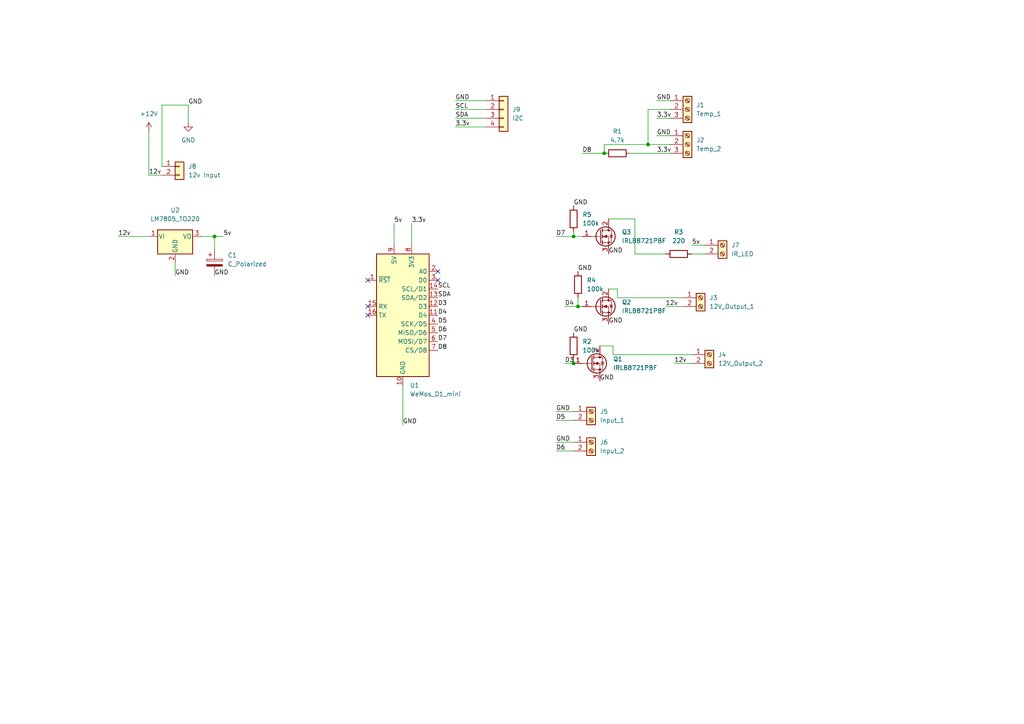
<source format=kicad_sch>
(kicad_sch (version 20211123) (generator eeschema)
  (paper "A4")
  (title_block (title "Basic Aquarium Controller") (date "2022-09-14") (rev "0.0.1"))
  (lib_symbols
    (symbol "Connector:Screw_Terminal_01x02" (pin_names (offset 1.016) hide)
      (property "Reference" "J" (at 0 2.54 0))
      (property "Value" "Screw_Terminal_01x02" (at 0 -5.08 0))
      (symbol "Screw_Terminal_01x02_1_1"
        (rectangle (start -1.27 1.27) (end 1.27 -3.81) (stroke (width 0.254)) (fill (type background)))
        (circle (center 0 -2.54) (radius 0.635) (stroke (width 0.1524)))
        (polyline (pts (xy -0.5334 -2.2098) (xy 0.3302 -3.048)) (stroke (width 0.1524)))
        (polyline (pts (xy -0.5334 0.3302) (xy 0.3302 -0.508)) (stroke (width 0.1524)))
        (polyline (pts (xy -0.3556 -2.032) (xy 0.508 -2.8702)) (stroke (width 0.1524)))
        (polyline (pts (xy -0.3556 0.508) (xy 0.508 -0.3302)) (stroke (width 0.1524)))
        (circle (center 0 0) (radius 0.635) (stroke (width 0.1524)))
        (pin passive line (at -5.08 0 0) (length 3.81) (name "Pin_1") (number "1"))
        (pin passive line (at -5.08 -2.54 0) (length 3.81) (name "Pin_2") (number "2"))
      )
    )
    (symbol "Connector:Screw_Terminal_01x03" (pin_names (offset 1.016) hide)
      (property "Reference" "J" (at 0 5.08 0))
      (property "Value" "Screw_Terminal_01x03" (at 0 -5.08 0))
      (symbol "Screw_Terminal_01x03_1_1"
        (rectangle (start -1.27 3.81) (end 1.27 -3.81) (stroke (width 0.254)) (fill (type background)))
        (circle (center 0 -2.54) (radius 0.635) (stroke (width 0.1524)))
        (polyline (pts (xy -0.5334 -2.2098) (xy 0.3302 -3.048)) (stroke (width 0.1524)))
        (polyline (pts (xy -0.5334 0.3302) (xy 0.3302 -0.508)) (stroke (width 0.1524)))
        (polyline (pts (xy -0.5334 2.8702) (xy 0.3302 2.032)) (stroke (width 0.1524)))
        (polyline (pts (xy -0.3556 -2.032) (xy 0.508 -2.8702)) (stroke (width 0.1524)))
        (polyline (pts (xy -0.3556 0.508) (xy 0.508 -0.3302)) (stroke (width 0.1524)))
        (polyline (pts (xy -0.3556 3.048) (xy 0.508 2.2098)) (stroke (width 0.1524)))
        (circle (center 0 0) (radius 0.635) (stroke (width 0.1524)))
        (circle (center 0 2.54) (radius 0.635) (stroke (width 0.1524)))
        (pin passive line (at -5.08 2.54 0) (length 3.81) (name "Pin_1") (number "1"))
        (pin passive line (at -5.08 0 0) (length 3.81) (name "Pin_2") (number "2"))
        (pin passive line (at -5.08 -2.54 0) (length 3.81) (name "Pin_3") (number "3"))
      )
    )
    (symbol "Connector_Generic:Conn_01x02" (pin_names (offset 1.016) hide)
      (property "Reference" "J" (at 0 2.54 0))
      (property "Value" "Conn_01x02" (at 0 -5.08 0))
      (symbol "Conn_01x02_1_1"
        (rectangle (start -1.27 -2.413) (end 0 -2.667) (stroke (width 0.1524)))
        (rectangle (start -1.27 0.127) (end 0 -0.127) (stroke (width 0.1524)))
        (rectangle (start -1.27 1.27) (end 1.27 -3.81) (stroke (width 0.254)) (fill (type background)))
        (pin passive line (at -5.08 0 0) (length 3.81) (name "Pin_1") (number "1"))
        (pin passive line (at -5.08 -2.54 0) (length 3.81) (name "Pin_2") (number "2"))
      )
    )
    (symbol "Connector_Generic:Conn_01x04" (pin_names (offset 1.016) hide)
      (property "Reference" "J" (at 0 5.08 0))
      (property "Value" "Conn_01x04" (at 0 -7.62 0))
      (symbol "Conn_01x04_1_1"
        (rectangle (start -1.27 -4.953) (end 0 -5.207) (stroke (width 0.1524)))
        (rectangle (start -1.27 -2.413) (end 0 -2.667) (stroke (width 0.1524)))
        (rectangle (start -1.27 0.127) (end 0 -0.127) (stroke (width 0.1524)))
        (rectangle (start -1.27 2.667) (end 0 2.413) (stroke (width 0.1524)))
        (rectangle (start -1.27 3.81) (end 1.27 -6.35) (stroke (width 0.254)) (fill (type background)))
        (pin passive line (at -5.08 2.54 0) (length 3.81) (name "Pin_1") (number "1"))
        (pin passive line (at -5.08 0 0) (length 3.81) (name "Pin_2") (number "2"))
        (pin passive line (at -5.08 -2.54 0) (length 3.81) (name "Pin_3") (number "3"))
        (pin passive line (at -5.08 -5.08 0) (length 3.81) (name "Pin_4") (number "4"))
      )
    )
    (symbol "Device:C_Polarized" (pin_numbers hide) (pin_names (offset 0.254))
      (property "Reference" "C" (at 0.635 2.54 0))
      (property "Value" "C_Polarized" (at 0.635 -2.54 0))
      (symbol "C_Polarized_0_1"
        (rectangle (start -2.286 0.508) (end 2.286 1.016))
        (polyline (pts (xy -1.778 2.286) (xy -0.762 2.286)))
        (polyline (pts (xy -1.27 2.794) (xy -1.27 1.778)))
        (rectangle (start 2.286 -0.508) (end -2.286 -1.016) (fill (type outline)))
      )
      (symbol "C_Polarized_1_1"
        (pin passive line (at 0 3.81 270) (length 2.794) (name "~") (number "1"))
        (pin passive line (at 0 -3.81 90) (length 2.794) (name "~") (number "2"))
      )
    )
    (symbol "Device:R" (pin_numbers hide) (pin_names (offset 0))
      (property "Reference" "R" (at 2.032 0 90))
      (property "Value" "R" (at 0 0 90))
      (symbol "R_0_1"
        (rectangle (start -1.016 -2.54) (end 1.016 2.54) (stroke (width 0.254)))
      )
      (symbol "R_1_1"
        (pin passive line (at 0 3.81 270) (length 1.27) (name "~") (number "1"))
        (pin passive line (at 0 -3.81 90) (length 1.27) (name "~") (number "2"))
      )
    )
    (symbol "MCU_Module:WeMos_D1_mini"
      (property "Reference" "U" (at 3.81 19.05 0))
      (property "Value" "WeMos_D1_mini" (at 1.27 -19.05 0))
      (symbol "WeMos_D1_mini_1_1"
        (rectangle (start -7.62 17.78) (end 7.62 -17.78) (stroke (width 0.254)) (fill (type background)))
        (pin input line (at -10.16 10.16 0) (length 2.54) (name "~{RST}") (number "1"))
        (pin power_in line (at 0 -20.32 90) (length 2.54) (name "GND") (number "10"))
        (pin bidirectional line (at 10.16 0 180) (length 2.54) (name "D4") (number "11"))
        (pin bidirectional line (at 10.16 2.54 180) (length 2.54) (name "D3") (number "12"))
        (pin bidirectional line (at 10.16 5.08 180) (length 2.54) (name "SDA/D2") (number "13"))
        (pin bidirectional line (at 10.16 7.62 180) (length 2.54) (name "SCL/D1") (number "14"))
        (pin input line (at -10.16 2.54 0) (length 2.54) (name "RX") (number "15"))
        (pin output line (at -10.16 0 0) (length 2.54) (name "TX") (number "16"))
        (pin input line (at 10.16 12.7 180) (length 2.54) (name "A0") (number "2"))
        (pin bidirectional line (at 10.16 10.16 180) (length 2.54) (name "D0") (number "3"))
        (pin bidirectional line (at 10.16 -2.54 180) (length 2.54) (name "SCK/D5") (number "4"))
        (pin bidirectional line (at 10.16 -5.08 180) (length 2.54) (name "MISO/D6") (number "5"))
        (pin bidirectional line (at 10.16 -7.62 180) (length 2.54) (name "MOSI/D7") (number "6"))
        (pin bidirectional line (at 10.16 -10.16 180) (length 2.54) (name "CS/D8") (number "7"))
        (pin power_out line (at 2.54 20.32 270) (length 2.54) (name "3V3") (number "8"))
        (pin power_in line (at -2.54 20.32 270) (length 2.54) (name "5V") (number "9"))
      )
    )
    (symbol "Regulator_Linear:LM7805_TO220" (pin_names (offset 0.254))
      (property "Reference" "U" (at -3.81 3.175 0))
      (property "Value" "LM7805_TO220" (at 0 3.175 0))
      (symbol "LM7805_TO220_0_1"
        (rectangle (start -5.08 1.905) (end 5.08 -5.08) (stroke (width 0.254)) (fill (type background)))
      )
      (symbol "LM7805_TO220_1_1"
        (pin power_in line (at -7.62 0 0) (length 2.54) (name "VI") (number "1"))
        (pin power_in line (at 0 -7.62 90) (length 2.54) (name "GND") (number "2"))
        (pin power_out line (at 7.62 0 180) (length 2.54) (name "VO") (number "3"))
      )
    )
    (symbol "Transistor_FET:IRLB8721PBF" (pin_names hide)
      (property "Reference" "Q" (at 6.35 1.905 0))
      (property "Value" "IRLB8721PBF" (at 6.35 0 0))
      (symbol "IRLB8721PBF_0_1"
        (polyline (pts (xy 0.254 0) (xy -2.54 0)))
        (polyline (pts (xy 0.254 1.905) (xy 0.254 -1.905)) (stroke (width 0.254)))
        (polyline (pts (xy 0.762 -1.27) (xy 0.762 -2.286)) (stroke (width 0.254)))
        (polyline (pts (xy 0.762 0.508) (xy 0.762 -0.508)) (stroke (width 0.254)))
        (polyline (pts (xy 0.762 2.286) (xy 0.762 1.27)) (stroke (width 0.254)))
        (polyline (pts (xy 2.54 2.54) (xy 2.54 1.778)))
        (polyline (pts (xy 2.54 -2.54) (xy 2.54 0) (xy 0.762 0)))
        (polyline (pts (xy 0.762 -1.778) (xy 3.302 -1.778) (xy 3.302 1.778) (xy 0.762 1.778)))
        (polyline (pts (xy 1.016 0) (xy 2.032 0.381) (xy 2.032 -0.381) (xy 1.016 0)) (fill (type outline)))
        (polyline (pts (xy 2.794 0.508) (xy 2.921 0.381) (xy 3.683 0.381) (xy 3.81 0.254)))
        (polyline (pts (xy 3.302 0.381) (xy 2.921 -0.254) (xy 3.683 -0.254) (xy 3.302 0.381)))
        (circle (center 1.651 0) (radius 2.794) (stroke (width 0.254)))
        (circle (center 2.54 -1.778) (radius 0.254) (fill (type outline)))
        (circle (center 2.54 1.778) (radius 0.254) (fill (type outline)))
      )
      (symbol "IRLB8721PBF_1_1"
        (pin input line (at -5.08 0 0) (length 2.54) (name "G") (number "1"))
        (pin passive line (at 2.54 5.08 270) (length 2.54) (name "D") (number "2"))
        (pin passive line (at 2.54 -5.08 90) (length 2.54) (name "S") (number "3"))
      )
    )
    (symbol "power:+12V" (power) (pin_names (offset 0))
      (property "Value" "+12V" (at 0 3.556 0))
      (symbol "+12V_0_1"
        (polyline (pts (xy -0.762 1.27) (xy 0 2.54)))
        (polyline (pts (xy 0 0) (xy 0 2.54)))
        (polyline (pts (xy 0 2.54) (xy 0.762 1.27)))
      )
      (symbol "+12V_1_1"
        (pin power_in line (at 0 0 90) (length 0) hide (name "+12V") (number "1"))
      )
    )
    (symbol "power:GND" (power) (pin_names (offset 0))
      (property "Value" "GND" (at 0 -3.81 0))
      (symbol "GND_0_1"
        (polyline (pts (xy 0 0) (xy 0 -1.27) (xy 1.27 -1.27) (xy 0 -2.54) (xy -1.27 -1.27) (xy 0 -1.27)))
      )
      (symbol "GND_1_1"
        (pin power_in line (at 0 0 270) (length 0) hide (name "GND") (number "1"))
      )
    )
  )
  (junction (at 175.26 44.45))
  (junction (at 166.37 68.58))
  (junction (at 187.96 41.91))
  (junction (at 166.37 105.41))
  (junction (at 167.64 88.9))
  (junction (at 62.23 68.58))
  (no_connect (at 127 78.74))
  (no_connect (at 106.68 88.9))
  (no_connect (at 127 81.28))
  (no_connect (at 106.68 81.28))
  (no_connect (at 106.68 91.44))
  (wire (pts (xy 62.23 68.58) (xy 62.23 72.39)))
  (wire (pts (xy 116.84 111.76) (xy 116.84 123.19)))
  (wire (pts (xy 54.61 30.48) (xy 54.61 35.56)))
  (wire (pts (xy 184.15 73.66) (xy 193.04 73.66)))
  (wire (pts (xy 190.5 39.37) (xy 194.31 39.37)))
  (wire (pts (xy 200.66 73.66) (xy 204.47 73.66)))
  (wire (pts (xy 175.26 41.91) (xy 187.96 41.91)))
  (wire (pts (xy 132.08 29.21) (xy 140.97 29.21)))
  (wire (pts (xy 50.8 76.2) (xy 50.8 80.01)))
  (wire (pts (xy 168.91 44.45) (xy 175.26 44.45)))
  (wire (pts (xy 34.29 68.58) (xy 43.18 68.58)))
  (wire (pts (xy 187.96 41.91) (xy 194.31 41.91)))
  (wire (pts (xy 132.08 34.29) (xy 140.97 34.29)))
  (wire (pts (xy 195.58 105.41) (xy 200.66 105.41)))
  (wire (pts (xy 200.66 71.12) (xy 204.47 71.12)))
  (wire (pts (xy 46.99 50.8) (xy 43.18 50.8)))
  (wire (pts (xy 166.37 67.31) (xy 166.37 68.58)))
  (wire (pts (xy 46.99 48.26) (xy 46.99 30.48)))
  (wire (pts (xy 184.15 63.5) (xy 184.15 73.66)))
  (wire (pts (xy 58.42 68.58) (xy 62.23 68.58)))
  (wire (pts (xy 175.26 41.91) (xy 175.26 44.45)))
  (wire (pts (xy 163.83 88.9) (xy 167.64 88.9)))
  (wire (pts (xy 167.64 88.9) (xy 168.91 88.9)))
  (wire (pts (xy 119.38 64.77) (xy 119.38 71.12)))
  (wire (pts (xy 182.88 44.45) (xy 194.31 44.45)))
  (wire (pts (xy 166.37 105.41) (xy 163.83 105.41)))
  (wire (pts (xy 161.29 119.38) (xy 166.37 119.38)))
  (wire (pts (xy 177.8 100.33) (xy 177.8 102.87)))
  (wire (pts (xy 168.91 68.58) (xy 166.37 68.58)))
  (wire (pts (xy 176.53 83.82) (xy 179.07 83.82)))
  (wire (pts (xy 179.07 83.82) (xy 179.07 86.36)))
  (wire (pts (xy 179.07 86.36) (xy 198.12 86.36)))
  (wire (pts (xy 166.37 68.58) (xy 161.29 68.58)))
  (wire (pts (xy 190.5 34.29) (xy 194.31 34.29)))
  (wire (pts (xy 176.53 63.5) (xy 184.15 63.5)))
  (wire (pts (xy 62.23 68.58) (xy 64.77 68.58)))
  (wire (pts (xy 187.96 31.75) (xy 194.31 31.75)))
  (wire (pts (xy 166.37 104.14) (xy 166.37 105.41)))
  (wire (pts (xy 177.8 102.87) (xy 200.66 102.87)))
  (wire (pts (xy 46.99 30.48) (xy 54.61 30.48)))
  (wire (pts (xy 167.64 86.36) (xy 167.64 88.9)))
  (wire (pts (xy 132.08 36.83) (xy 140.97 36.83)))
  (wire (pts (xy 161.29 128.27) (xy 166.37 128.27)))
  (wire (pts (xy 43.18 50.8) (xy 43.18 38.1)))
  (wire (pts (xy 161.29 121.92) (xy 166.37 121.92)))
  (wire (pts (xy 190.5 29.21) (xy 194.31 29.21)))
  (wire (pts (xy 193.04 88.9) (xy 198.12 88.9)))
  (wire (pts (xy 173.99 100.33) (xy 177.8 100.33)))
  (wire (pts (xy 132.08 31.75) (xy 140.97 31.75)))
  (wire (pts (xy 187.96 41.91) (xy 187.96 31.75)))
  (wire (pts (xy 161.29 130.81) (xy 166.37 130.81)))
  (wire (pts (xy 114.3 64.77) (xy 114.3 71.12)))
  (label "GND" (at 173.99 110.49 0))
  (label "3.3v" (at 119.38 64.77 0))
  (label "3.3v" (at 190.5 34.29 0))
  (label "D4" (at 127 91.44 0))
  (label "GND" (at 62.23 80.01 0))
  (label "5v" (at 200.66 71.12 0))
  (label "12v" (at 195.58 105.41 0))
  (label "GND" (at 161.29 119.38 0))
  (label "3.3v" (at 132.08 36.83 0))
  (label "3.3v" (at 190.5 44.45 0))
  (label "GND" (at 176.53 73.66 0))
  (label "SDA" (at 132.08 34.29 0))
  (label "GND" (at 166.37 96.52 0))
  (label "D5" (at 161.29 121.92 0))
  (label "GND" (at 166.37 59.69 0))
  (label "GND" (at 176.53 93.98 0))
  (label "GND" (at 190.5 29.21 0))
  (label "D6" (at 127 96.52 0))
  (label "GND" (at 54.61 30.48 0))
  (label "GND" (at 116.84 123.19 0))
  (label "D4" (at 163.83 88.9 0))
  (label "D5" (at 127 93.98 0))
  (label "D8" (at 168.91 44.45 0))
  (label "GND" (at 132.08 29.21 0))
  (label "5v" (at 114.3 64.77 0))
  (label "GND" (at 167.64 78.74 0))
  (label "SCL" (at 127 83.82 0))
  (label "12v" (at 193.04 88.9 0))
  (label "D8" (at 127 101.6 0))
  (label "5v" (at 64.77 68.58 0))
  (label "SCL" (at 132.08 31.75 0))
  (label "SDA" (at 127 86.36 0))
  (label "D3" (at 163.83 105.41 0))
  (label "GND" (at 190.5 39.37 0))
  (label "GND" (at 50.8 80.01 0))
  (label "GND" (at 161.29 128.27 0))
  (label "D7" (at 161.29 68.58 0))
  (label "12v" (at 34.29 68.58 0))
  (label "12v" (at 43.18 50.8 0))
  (label "D7" (at 127 99.06 0))
  (label "D3" (at 127 88.9 0))
  (label "D6" (at 161.29 130.81 0))
  (symbol (lib_id "Connector_Generic:Conn_01x02") (at 52.07 48.26 0) (unit 1)
    (property "Reference" "J8" (at 54.61 48.2599 0) (effects (justify left)))
    (property "Value" "12v Input" (at 54.61 50.7999 0) (effects (justify left)))
    (property "Footprint" "Connector_JST:JST_XH_B2B-XH-A_1x02_P2.50mm_Vertical" (effects hide))
  )
  (symbol (lib_id "Connector:Screw_Terminal_01x02") (at 171.45 128.27 0) (unit 1)
    (property "Reference" "J6" (at 173.99 128.2699 0) (effects (justify left)))
    (property "Value" "Input_2" (at 173.99 130.8099 0) (effects (justify left)))
    (property "Footprint" "TerminalBlock_Phoenix:TerminalBlock_Phoenix_MKDS-1,5-2-5.08_1x02_P5.08mm_Horizontal" (effects hide))
  )
  (symbol (lib_id "Connector:Screw_Terminal_01x03") (at 199.39 41.91 0) (unit 1)
    (property "Reference" "J2" (at 201.93 40.6399 0) (effects (justify left)))
    (property "Value" "Temp_2" (at 201.93 43.1799 0) (effects (justify left)))
    (property "Footprint" "TerminalBlock_Phoenix:TerminalBlock_Phoenix_MKDS-1,5-3-5.08_1x03_P5.08mm_Horizontal" (effects hide))
  )
  (symbol (lib_id "Device:R") (at 196.85 73.66 270) (unit 1)
    (property "Reference" "R3" (at 196.85 67.31 90))
    (property "Value" "220" (at 196.85 69.85 90))
    (property "Footprint" "Resistor_THT:R_Axial_DIN0207_L6.3mm_D2.5mm_P10.16mm_Horizontal" (effects hide))
  )
  (symbol (lib_id "Connector:Screw_Terminal_01x02") (at 171.45 119.38 0) (unit 1)
    (property "Reference" "J5" (at 173.99 119.3799 0) (effects (justify left)))
    (property "Value" "Input_1" (at 173.99 121.9199 0) (effects (justify left)))
    (property "Footprint" "TerminalBlock_Phoenix:TerminalBlock_Phoenix_MKDS-1,5-2-5.08_1x02_P5.08mm_Horizontal" (effects hide))
  )
  (symbol (lib_id "Device:R") (at 179.07 44.45 270) (unit 1)
    (property "Reference" "R1" (at 179.07 38.1 90))
    (property "Value" "4.7k" (at 179.07 40.64 90))
    (property "Footprint" "Resistor_THT:R_Axial_DIN0207_L6.3mm_D2.5mm_P10.16mm_Horizontal" (effects hide))
  )
  (symbol (lib_id "Connector:Screw_Terminal_01x03") (at 199.39 31.75 0) (unit 1)
    (property "Reference" "J1" (at 201.93 30.4799 0) (effects (justify left)))
    (property "Value" "Temp_1" (at 201.93 33.0199 0) (effects (justify left)))
    (property "Footprint" "TerminalBlock_Phoenix:TerminalBlock_Phoenix_MKDS-1,5-3-5.08_1x03_P5.08mm_Horizontal" (effects hide))
  )
  (symbol (lib_id "Device:R") (at 166.37 63.5 0) (unit 1)
    (property "Reference" "R5" (at 168.91 62.2299 0) (effects (justify left)))
    (property "Value" "100k" (at 168.91 64.7699 0) (effects (justify left)))
    (property "Footprint" "Resistor_THT:R_Axial_DIN0207_L6.3mm_D2.5mm_P10.16mm_Horizontal" (effects hide))
  )
  (symbol (lib_id "power:+12V") (at 43.18 38.1 0) (unit 1)
    (property "Reference" "#PWR01" (effects hide))
    (property "Value" "+12V" (at 43.18 33.02 0))
  )
  (symbol (lib_id "Device:R") (at 166.37 100.33 0) (unit 1)
    (property "Reference" "R2" (at 168.91 99.0599 0) (effects (justify left)))
    (property "Value" "100k" (at 168.91 101.5999 0) (effects (justify left)))
    (property "Footprint" "Resistor_THT:R_Axial_DIN0207_L6.3mm_D2.5mm_P10.16mm_Horizontal" (effects hide))
  )
  (symbol (lib_id "Connector_Generic:Conn_01x04") (at 146.05 31.75 0) (unit 1)
    (property "Reference" "J9" (at 148.59 31.7499 0) (effects (justify left)))
    (property "Value" "I2C" (at 148.59 34.2899 0) (effects (justify left)))
    (property "Footprint" "Connector_JST:JST_XH_S4B-XH-A_1x04_P2.50mm_Horizontal" (effects hide))
  )
  (symbol (lib_id "Connector:Screw_Terminal_01x02") (at 205.74 102.87 0) (unit 1)
    (property "Reference" "J4" (at 208.28 102.8699 0) (effects (justify left)))
    (property "Value" "12V_Output_2" (at 208.28 105.4099 0) (effects (justify left)))
    (property "Footprint" "TerminalBlock_Phoenix:TerminalBlock_Phoenix_MKDS-1,5-2-5.08_1x02_P5.08mm_Horizontal" (effects hide))
  )
  (symbol (lib_id "Transistor_FET:IRLB8721PBF") (at 171.45 105.41 0) (unit 1)
    (property "Reference" "Q1" (at 177.8 104.1399 0) (effects (justify left)))
    (property "Value" "IRLB8721PBF" (at 177.8 106.6799 0) (effects (justify left)))
    (property "Footprint" "Package_TO_SOT_THT:TO-220-3_Vertical" (effects hide))
    (property "Datasheet" "http://www.infineon.com/dgdl/irlb8721pbf.pdf?fileId=5546d462533600a40153566056732591" (effects hide))
  )
  (symbol (lib_id "Connector:Screw_Terminal_01x02") (at 209.55 71.12 0) (unit 1)
    (property "Reference" "J7" (at 212.09 71.1199 0) (effects (justify left)))
    (property "Value" "IR_LED" (at 212.09 73.6599 0) (effects (justify left)))
    (property "Footprint" "TerminalBlock_Phoenix:TerminalBlock_Phoenix_MKDS-1,5-2-5.08_1x02_P5.08mm_Horizontal" (effects hide))
  )
  (symbol (lib_id "Device:C_Polarized") (at 62.23 76.2 0) (unit 1)
    (property "Reference" "C1" (at 66.04 74.0409 0) (effects (justify left)))
    (property "Value" "C_Polarized" (at 66.04 76.5809 0) (effects (justify left)))
    (property "Footprint" "Capacitor_THT:C_Radial_D5.0mm_H11.0mm_P2.00mm" (effects hide))
  )
  (symbol (lib_id "MCU_Module:WeMos_D1_mini") (at 116.84 91.44 0) (unit 1)
    (property "Reference" "U1" (at 118.8594 111.76 0) (effects (justify left)))
    (property "Value" "WeMos_D1_mini" (at 118.8594 114.3 0) (effects (justify left)))
    (property "Footprint" "Module:WEMOS_D1_mini_light" (effects hide))
    (property "Datasheet" "https://wiki.wemos.cc/products:d1:d1_mini#documentation" (effects hide))
  )
  (symbol (lib_id "Regulator_Linear:LM7805_TO220") (at 50.8 68.58 0) (unit 1)
    (property "Reference" "U2" (at 50.8 60.96 0))
    (property "Value" "LM7805_TO220" (at 50.8 63.5 0))
    (property "Footprint" "Package_TO_SOT_THT:TO-220-3_Vertical" (effects hide))
    (property "Datasheet" "https://www.onsemi.cn/PowerSolutions/document/MC7800-D.PDF" (effects hide))
  )
  (symbol (lib_id "Transistor_FET:IRLB8721PBF") (at 173.99 88.9 0) (unit 1)
    (property "Reference" "Q2" (at 180.34 87.6299 0) (effects (justify left)))
    (property "Value" "IRLB8721PBF" (at 180.34 90.1699 0) (effects (justify left)))
    (property "Footprint" "Package_TO_SOT_THT:TO-220-3_Vertical" (effects hide))
    (property "Datasheet" "http://www.infineon.com/dgdl/irlb8721pbf.pdf?fileId=5546d462533600a40153566056732591" (effects hide))
  )
  (symbol (lib_id "Connector:Screw_Terminal_01x02") (at 203.2 86.36 0) (unit 1)
    (property "Reference" "J3" (at 205.74 86.3599 0) (effects (justify left)))
    (property "Value" "12V_Output_1" (at 205.74 88.8999 0) (effects (justify left)))
    (property "Footprint" "TerminalBlock_Phoenix:TerminalBlock_Phoenix_MKDS-1,5-2-5.08_1x02_P5.08mm_Horizontal" (effects hide))
  )
  (symbol (lib_id "Transistor_FET:IRLB8721PBF") (at 173.99 68.58 0) (unit 1)
    (property "Reference" "Q3" (at 180.34 67.3099 0) (effects (justify left)))
    (property "Value" "IRLB8721PBF" (at 180.34 69.8499 0) (effects (justify left)))
    (property "Footprint" "Package_TO_SOT_THT:TO-220-3_Vertical" (effects hide))
    (property "Datasheet" "http://www.infineon.com/dgdl/irlb8721pbf.pdf?fileId=5546d462533600a40153566056732591" (effects hide))
  )
  (symbol (lib_id "Device:R") (at 167.64 82.55 0) (unit 1)
    (property "Reference" "R4" (at 170.18 81.2799 0) (effects (justify left)))
    (property "Value" "100k" (at 170.18 83.8199 0) (effects (justify left)))
    (property "Footprint" "Resistor_THT:R_Axial_DIN0207_L6.3mm_D2.5mm_P10.16mm_Horizontal" (effects hide))
  )
  (symbol (lib_id "power:GND") (at 54.61 35.56 0) (unit 1)
    (property "Reference" "#PWR02" (effects hide))
    (property "Value" "GND" (at 54.61 40.64 0))
  )
)
</source>
